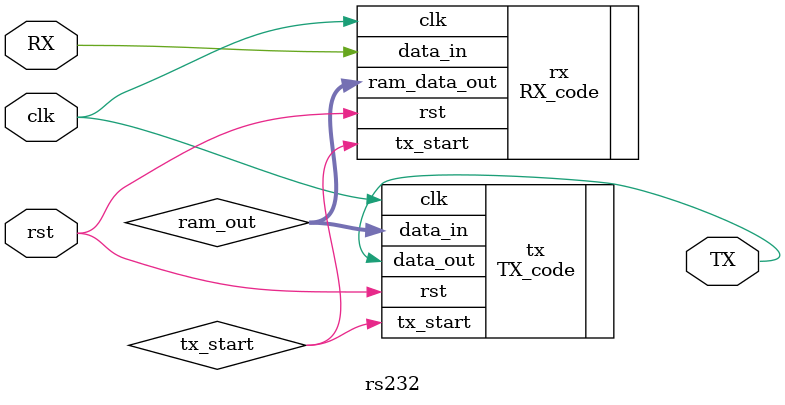
<source format=v>
module rs232(TX, RX, clk, rst);

	input  clk, rst, RX;
	output TX;
	
	wire rst;
	wire TX;
	wire load_port_b;
	wire [31:0]ram_out;
	wire  tx_start;
  
	RX_code rx(.data_in(RX), .tx_start(tx_start), .clk(clk), .rst(rst), .ram_data_out(ram_out));
	
	TX_code tx(.data_out(TX), .data_in(ram_out), .tx_start(tx_start), .rst(rst), .clk(clk));	
	
    
endmodule
</source>
